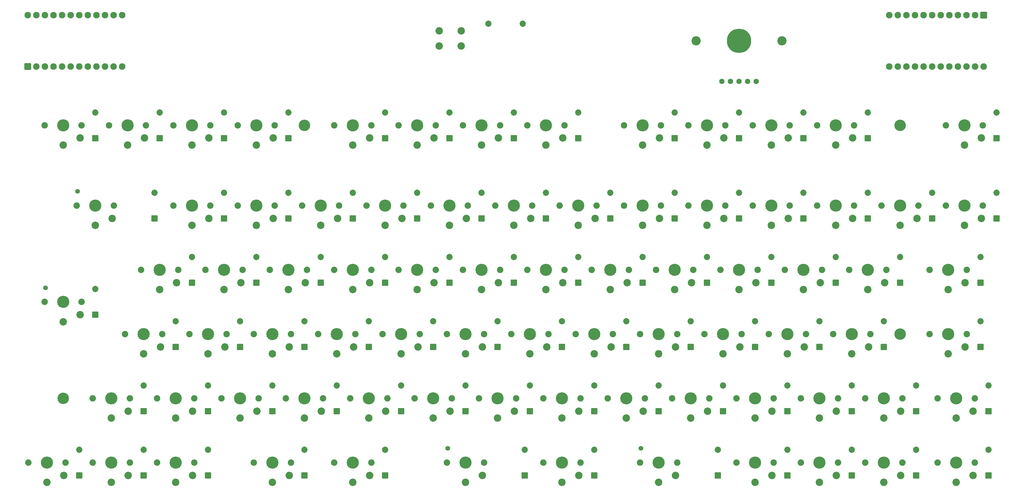
<source format=gbr>
%TF.GenerationSoftware,KiCad,Pcbnew,(6.0.2)*%
%TF.CreationDate,2022-03-06T23:14:38-03:00*%
%TF.ProjectId,BitterDev,42697474-6572-4446-9576-2e6b69636164,V1.1.0*%
%TF.SameCoordinates,Original*%
%TF.FileFunction,Soldermask,Bot*%
%TF.FilePolarity,Negative*%
%FSLAX46Y46*%
G04 Gerber Fmt 4.6, Leading zero omitted, Abs format (unit mm)*
G04 Created by KiCad (PCBNEW (6.0.2)) date 2022-03-06 23:14:38*
%MOMM*%
%LPD*%
G01*
G04 APERTURE LIST*
G04 Aperture macros list*
%AMRoundRect*
0 Rectangle with rounded corners*
0 $1 Rounding radius*
0 $2 $3 $4 $5 $6 $7 $8 $9 X,Y pos of 4 corners*
0 Add a 4 corners polygon primitive as box body*
4,1,4,$2,$3,$4,$5,$6,$7,$8,$9,$2,$3,0*
0 Add four circle primitives for the rounded corners*
1,1,$1+$1,$2,$3*
1,1,$1+$1,$4,$5*
1,1,$1+$1,$6,$7*
1,1,$1+$1,$8,$9*
0 Add four rect primitives between the rounded corners*
20,1,$1+$1,$2,$3,$4,$5,0*
20,1,$1+$1,$4,$5,$6,$7,0*
20,1,$1+$1,$6,$7,$8,$9,0*
20,1,$1+$1,$8,$9,$2,$3,0*%
G04 Aperture macros list end*
%ADD10C,1.851000*%
%ADD11RoundRect,0.100000X-0.825500X0.825500X-0.825500X-0.825500X0.825500X-0.825500X0.825500X0.825500X0*%
%ADD12C,3.400000*%
%ADD13RoundRect,0.100000X0.876300X0.876300X-0.876300X0.876300X-0.876300X-0.876300X0.876300X-0.876300X0*%
%ADD14C,1.952600*%
%ADD15RoundRect,0.100000X-0.876300X-0.876300X0.876300X-0.876300X0.876300X0.876300X-0.876300X0.876300X0*%
%ADD16C,2.200000*%
%ADD17C,1.900000*%
%ADD18C,3.600000*%
%ADD19C,1.400000*%
%ADD20C,2.740000*%
%ADD21C,7.200000*%
%ADD22C,1.600000*%
G04 APERTURE END LIST*
D10*
%TO.C,D_6*%
X171037472Y-68427499D03*
D11*
X171037472Y-76047499D03*
%TD*%
D10*
%TO.C,D_71*%
X251999972Y-168439999D03*
D11*
X251999972Y-176059999D03*
%TD*%
D10*
%TO.C,D_58*%
X232949972Y-149389999D03*
D11*
X232949972Y-157009999D03*
%TD*%
D10*
%TO.C,D_52*%
X90074972Y-130339999D03*
D11*
X90074972Y-137959999D03*
%TD*%
D10*
%TO.C,D_23*%
X123412472Y-92239999D03*
D11*
X123412472Y-99859999D03*
%TD*%
D10*
%TO.C,D_40*%
X47212472Y-120814999D03*
D11*
X47212472Y-128434999D03*
%TD*%
D10*
%TO.C,D_1*%
X275812472Y-68427499D03*
D11*
X275812472Y-76047499D03*
%TD*%
D10*
%TO.C,D_42*%
X280574972Y-130339999D03*
D11*
X280574972Y-137959999D03*
%TD*%
D10*
%TO.C,D_10*%
X85312472Y-68427499D03*
D11*
X85312472Y-76047499D03*
%TD*%
D10*
%TO.C,D_5*%
X190087472Y-68427499D03*
D11*
X190087472Y-76047499D03*
%TD*%
D10*
%TO.C,D_17*%
X237712472Y-92239999D03*
D11*
X237712472Y-99859999D03*
%TD*%
D10*
%TO.C,D_35*%
X151987472Y-111289999D03*
D11*
X151987472Y-118909999D03*
%TD*%
D10*
%TO.C,D_65*%
X99599972Y-149389999D03*
D11*
X99599972Y-157009999D03*
%TD*%
D10*
%TO.C,D_29*%
X266287472Y-111289999D03*
D11*
X266287472Y-118909999D03*
%TD*%
D10*
%TO.C,R1*%
X173736222Y-42149999D03*
X163576222Y-42149999D03*
%TD*%
%TO.C,D_62*%
X156749972Y-149389999D03*
D11*
X156749972Y-157009999D03*
%TD*%
D10*
%TO.C,D_14*%
X294862472Y-92239999D03*
D11*
X294862472Y-99859999D03*
%TD*%
D10*
%TO.C,D_47*%
X185324972Y-130339999D03*
D11*
X185324972Y-137959999D03*
%TD*%
D10*
%TO.C,D_54*%
X311531222Y-149389999D03*
D11*
X311531222Y-157009999D03*
%TD*%
D10*
%TO.C,D_2*%
X256762472Y-68427499D03*
D11*
X256762472Y-76047499D03*
%TD*%
D10*
%TO.C,D_68*%
X311531222Y-168439999D03*
D11*
X311531222Y-176059999D03*
%TD*%
D10*
%TO.C,D_30*%
X247237472Y-111289999D03*
D11*
X247237472Y-118909999D03*
%TD*%
D10*
%TO.C,D_36*%
X132937472Y-111289999D03*
D11*
X132937472Y-118909999D03*
%TD*%
D10*
%TO.C,D_19*%
X199612472Y-92239999D03*
D11*
X199612472Y-99859999D03*
%TD*%
D10*
%TO.C,D_70*%
X271049972Y-168439999D03*
D11*
X271049972Y-176059999D03*
%TD*%
D10*
%TO.C,D_75*%
X132937472Y-168439999D03*
D11*
X132937472Y-176059999D03*
%TD*%
D10*
%TO.C,D_11*%
X66262472Y-68427499D03*
D11*
X66262472Y-76047499D03*
%TD*%
D10*
%TO.C,D_46*%
X204374972Y-130339999D03*
D11*
X204374972Y-137959999D03*
%TD*%
D12*
%TO.C,H1*%
X109124972Y-72237499D03*
%TD*%
D10*
%TO.C,D_16*%
X256762472Y-92239999D03*
D11*
X256762472Y-99859999D03*
%TD*%
D10*
%TO.C,D_77*%
X80549972Y-168439999D03*
D11*
X80549972Y-176059999D03*
%TD*%
D10*
%TO.C,D_69*%
X290099972Y-168439999D03*
D11*
X290099972Y-176059999D03*
%TD*%
D10*
%TO.C,D_50*%
X128174972Y-130339999D03*
D11*
X128174972Y-137959999D03*
%TD*%
D10*
%TO.C,D_78*%
X61499972Y-168439999D03*
D11*
X61499972Y-176059999D03*
%TD*%
D10*
%TO.C,D_32*%
X209137472Y-111289999D03*
D11*
X209137472Y-118909999D03*
%TD*%
D10*
%TO.C,D_59*%
X213899972Y-149389999D03*
D11*
X213899972Y-157009999D03*
%TD*%
D10*
%TO.C,D_53*%
X71024972Y-130339999D03*
D11*
X71024972Y-137959999D03*
%TD*%
D10*
%TO.C,D_41*%
X309149972Y-130339999D03*
D11*
X309149972Y-137959999D03*
%TD*%
D10*
%TO.C,D_49*%
X147224972Y-130339999D03*
D11*
X147224972Y-137959999D03*
%TD*%
D10*
%TO.C,D_20*%
X180562472Y-92239999D03*
D11*
X180562472Y-99859999D03*
%TD*%
D10*
%TO.C,D_24*%
X104362472Y-92239999D03*
D11*
X104362472Y-99859999D03*
%TD*%
D10*
%TO.C,D_18*%
X218662472Y-92239999D03*
D11*
X218662472Y-99859999D03*
%TD*%
D10*
%TO.C,D_37*%
X113887472Y-111289999D03*
D11*
X113887472Y-118909999D03*
%TD*%
D10*
%TO.C,D_9*%
X104362472Y-68427499D03*
D11*
X104362472Y-76047499D03*
%TD*%
D13*
%TO.C,U1*%
X310102722Y-39617499D03*
D14*
X307562722Y-39617499D03*
X305022722Y-39617499D03*
X302482722Y-39617499D03*
X299942722Y-39617499D03*
X297402722Y-39617499D03*
X294862722Y-39617499D03*
X292322722Y-39617499D03*
X289782722Y-39617499D03*
X287242722Y-39617499D03*
X284702722Y-39617499D03*
X282162722Y-39617499D03*
X282162722Y-54857499D03*
X284702722Y-54857499D03*
X287242722Y-54857499D03*
X289782722Y-54857499D03*
X292322722Y-54857499D03*
X294862722Y-54857499D03*
X297402722Y-54857499D03*
X299942722Y-54857499D03*
X302482722Y-54857499D03*
X305022722Y-54857499D03*
X307562722Y-54857499D03*
X310102722Y-54857499D03*
%TD*%
D10*
%TO.C,D_57*%
X251999972Y-149389999D03*
D11*
X251999972Y-157009999D03*
%TD*%
D10*
%TO.C,D_27*%
X309149972Y-111289999D03*
D11*
X309149972Y-118909999D03*
%TD*%
D10*
%TO.C,D_7*%
X151987472Y-68427499D03*
D11*
X151987472Y-76047499D03*
%TD*%
D10*
%TO.C,D_38*%
X94837472Y-111289999D03*
D11*
X94837472Y-118909999D03*
%TD*%
D10*
%TO.C,D_31*%
X228187472Y-111289999D03*
D11*
X228187472Y-118909999D03*
%TD*%
D10*
%TO.C,D_34*%
X171037472Y-111289999D03*
D11*
X171037472Y-118909999D03*
%TD*%
D10*
%TO.C,D_72*%
X231424472Y-168439999D03*
D11*
X231424472Y-176059999D03*
%TD*%
D12*
%TO.C,H4*%
X37687472Y-153199999D03*
%TD*%
D10*
%TO.C,D_43*%
X261524972Y-130339999D03*
D11*
X261524972Y-137959999D03*
%TD*%
D10*
%TO.C,D_12*%
X47212472Y-68427499D03*
D11*
X47212472Y-76047499D03*
%TD*%
D10*
%TO.C,D_63*%
X137699972Y-149389999D03*
D11*
X137699972Y-157009999D03*
%TD*%
D10*
%TO.C,D_21*%
X161512472Y-92239999D03*
D11*
X161512472Y-99859999D03*
%TD*%
D10*
%TO.C,D_48*%
X166274972Y-130339999D03*
D11*
X166274972Y-137959999D03*
%TD*%
D10*
%TO.C,D_61*%
X175799972Y-149389999D03*
D11*
X175799972Y-157009999D03*
%TD*%
D10*
%TO.C,D_26*%
X64737472Y-92239999D03*
D11*
X64737472Y-99859999D03*
%TD*%
D10*
%TO.C,D_0*%
X313912472Y-68427499D03*
D11*
X313912472Y-76047499D03*
%TD*%
D10*
%TO.C,D_74*%
X174274972Y-168439999D03*
D11*
X174274972Y-176059999D03*
%TD*%
D10*
%TO.C,D_64*%
X118649972Y-149389999D03*
D11*
X118649972Y-157009999D03*
%TD*%
D10*
%TO.C,D_56*%
X271049972Y-149389999D03*
D11*
X271049972Y-157009999D03*
%TD*%
D10*
%TO.C,D_67*%
X61499972Y-149389999D03*
D11*
X61499972Y-157009999D03*
%TD*%
D10*
%TO.C,D_44*%
X242474972Y-130339999D03*
D11*
X242474972Y-137959999D03*
%TD*%
D10*
%TO.C,D_60*%
X194849972Y-149389999D03*
D11*
X194849972Y-157009999D03*
%TD*%
D12*
%TO.C,H2*%
X285337472Y-72237499D03*
%TD*%
D10*
%TO.C,D_15*%
X275812472Y-92239999D03*
D11*
X275812472Y-99859999D03*
%TD*%
D10*
%TO.C,D_45*%
X223424972Y-130339999D03*
D11*
X223424972Y-137959999D03*
%TD*%
D15*
%TO.C,U2*%
X27209722Y-54857499D03*
D14*
X29749722Y-54857499D03*
X32289722Y-54857499D03*
X34829722Y-54857499D03*
X37369722Y-54857499D03*
X39909722Y-54857499D03*
X42449722Y-54857499D03*
X44989722Y-54857499D03*
X47529722Y-54857499D03*
X50069722Y-54857499D03*
X52609722Y-54857499D03*
X55149722Y-54857499D03*
X55149722Y-39617499D03*
X52609722Y-39617499D03*
X50069722Y-39617499D03*
X47529722Y-39617499D03*
X44989722Y-39617499D03*
X42449722Y-39617499D03*
X39909722Y-39617499D03*
X37369722Y-39617499D03*
X34829722Y-39617499D03*
X32289722Y-39617499D03*
X29749722Y-39617499D03*
X27209722Y-39617499D03*
%TD*%
D10*
%TO.C,D_33*%
X190087472Y-111289999D03*
D11*
X190087472Y-118909999D03*
%TD*%
D10*
%TO.C,D_51*%
X109124972Y-130339999D03*
D11*
X109124972Y-137959999D03*
%TD*%
D10*
%TO.C,D_55*%
X290099972Y-149389999D03*
D11*
X290099972Y-157009999D03*
%TD*%
D12*
%TO.C,H3*%
X285337472Y-134149999D03*
%TD*%
D10*
%TO.C,D_25*%
X85312472Y-92239999D03*
D11*
X85312472Y-99859999D03*
%TD*%
D10*
%TO.C,D_66*%
X80549972Y-149389999D03*
D11*
X80549972Y-157009999D03*
%TD*%
D10*
%TO.C,D_73*%
X194849472Y-168439999D03*
D11*
X194849472Y-176059999D03*
%TD*%
D10*
%TO.C,D_22*%
X142462472Y-92239999D03*
D11*
X142462472Y-99859999D03*
%TD*%
D10*
%TO.C,D_8*%
X132937472Y-68427499D03*
D11*
X132937472Y-76047499D03*
%TD*%
D10*
%TO.C,D_3*%
X237712472Y-68427499D03*
D11*
X237712472Y-76047499D03*
%TD*%
D10*
%TO.C,D_39*%
X75787472Y-111289999D03*
D11*
X75787472Y-118909999D03*
%TD*%
D10*
%TO.C,D_4*%
X218662472Y-68427499D03*
D11*
X218662472Y-76047499D03*
%TD*%
D10*
%TO.C,D_79*%
X42449972Y-168439999D03*
D11*
X42449972Y-176059999D03*
%TD*%
D10*
%TO.C,D_28*%
X285337472Y-111289999D03*
D11*
X285337472Y-118909999D03*
%TD*%
D16*
%TO.C,SW1*%
X155487472Y-44237499D03*
X148987472Y-44237499D03*
X155487472Y-48737499D03*
X148987472Y-48737499D03*
%TD*%
D10*
%TO.C,D_13*%
X313912472Y-92239999D03*
D11*
X313912472Y-99859999D03*
%TD*%
D10*
%TO.C,D_76*%
X109124972Y-168439999D03*
D11*
X109124972Y-176059999D03*
%TD*%
D17*
%TO.C,K_65*%
X84574972Y-153199999D03*
X95574972Y-153199999D03*
D18*
X90074972Y-153199999D03*
D16*
X90074972Y-159099999D03*
X95074972Y-156999999D03*
%TD*%
D18*
%TO.C,K_49*%
X137699972Y-134149999D03*
D17*
X143199972Y-134149999D03*
X132199972Y-134149999D03*
D16*
X137699972Y-140049999D03*
X142699972Y-137949999D03*
%TD*%
D18*
%TO.C,K_0*%
X304387472Y-72237499D03*
D17*
X298887472Y-72237499D03*
X309887472Y-72237499D03*
D16*
X304387472Y-78137499D03*
X309387472Y-76037499D03*
%TD*%
D17*
%TO.C,K_32*%
X194112472Y-115099999D03*
D18*
X199612472Y-115099999D03*
D17*
X205112472Y-115099999D03*
D16*
X199612472Y-120999999D03*
X204612472Y-118899999D03*
%TD*%
D17*
%TO.C,K_1*%
X271787472Y-72237499D03*
X260787472Y-72237499D03*
D18*
X266287472Y-72237499D03*
D16*
X266287472Y-78137499D03*
X271287472Y-76037499D03*
%TD*%
D18*
%TO.C,K_39*%
X66262472Y-115099999D03*
D17*
X60762472Y-115099999D03*
X71762472Y-115099999D03*
D16*
X66262472Y-120999999D03*
X71262472Y-118899999D03*
%TD*%
D17*
%TO.C,K_29*%
X251262472Y-115099999D03*
X262262472Y-115099999D03*
D18*
X256762472Y-115099999D03*
D16*
X256762472Y-120999999D03*
X261762472Y-118899999D03*
%TD*%
D17*
%TO.C,K_35*%
X147962472Y-115099999D03*
X136962472Y-115099999D03*
D18*
X142462472Y-115099999D03*
D16*
X142462472Y-120999999D03*
X147462472Y-118899999D03*
%TD*%
D17*
%TO.C,K_54*%
X296506222Y-153199999D03*
D18*
X302006222Y-153199999D03*
D17*
X307506222Y-153199999D03*
D16*
X302006222Y-159099999D03*
X307006222Y-156999999D03*
%TD*%
D18*
%TO.C,K_47*%
X175799972Y-134149999D03*
D17*
X170299972Y-134149999D03*
X181299972Y-134149999D03*
D16*
X175799972Y-140049999D03*
X180799972Y-137949999D03*
%TD*%
D17*
%TO.C,K_45*%
X219399972Y-134149999D03*
D18*
X213899972Y-134149999D03*
D17*
X208399972Y-134149999D03*
D16*
X213899972Y-140049999D03*
X218899972Y-137949999D03*
%TD*%
D17*
%TO.C,K_21*%
X146487472Y-96049999D03*
X157487472Y-96049999D03*
D18*
X151987472Y-96049999D03*
D16*
X151987472Y-101949999D03*
X156987472Y-99849999D03*
%TD*%
D17*
%TO.C,K_4*%
X203637472Y-72237499D03*
X214637472Y-72237499D03*
D18*
X209137472Y-72237499D03*
D16*
X209137472Y-78137499D03*
X214137472Y-76037499D03*
%TD*%
D17*
%TO.C,K_48*%
X162249972Y-134149999D03*
X151249972Y-134149999D03*
D18*
X156749972Y-134149999D03*
D16*
X156749972Y-140049999D03*
X161749972Y-137949999D03*
%TD*%
D18*
%TO.C,K_41*%
X299624972Y-134149999D03*
D17*
X294124972Y-134149999D03*
X305124972Y-134149999D03*
D16*
X299624972Y-140049999D03*
X304624972Y-137949999D03*
%TD*%
D17*
%TO.C,K_2*%
X252737472Y-72237499D03*
D18*
X247237472Y-72237499D03*
D17*
X241737472Y-72237499D03*
D16*
X247237472Y-78137499D03*
X252237472Y-76037499D03*
%TD*%
D18*
%TO.C,K_68*%
X302006222Y-172249999D03*
D17*
X307506222Y-172249999D03*
X296506222Y-172249999D03*
D16*
X302006222Y-178149999D03*
X307006222Y-176049999D03*
%TD*%
D17*
%TO.C,K_10*%
X70287472Y-72237499D03*
X81287472Y-72237499D03*
D18*
X75787472Y-72237499D03*
D16*
X75787472Y-78137499D03*
X80787472Y-76037499D03*
%TD*%
D18*
%TO.C,K_9*%
X94837472Y-72237499D03*
D17*
X100337472Y-72237499D03*
X89337472Y-72237499D03*
D16*
X94837472Y-78137499D03*
X99837472Y-76037499D03*
%TD*%
D17*
%TO.C,K_40*%
X43187472Y-124624999D03*
X32187472Y-124624999D03*
D18*
X37687472Y-124624999D03*
D19*
X32467472Y-120424999D03*
D16*
X37687472Y-130524999D03*
X42687472Y-128424999D03*
%TD*%
D17*
%TO.C,K_25*%
X70287472Y-96049999D03*
X81287472Y-96049999D03*
D18*
X75787472Y-96049999D03*
D16*
X75787472Y-101949999D03*
X80787472Y-99849999D03*
%TD*%
D17*
%TO.C,K_3*%
X233687472Y-72237499D03*
D18*
X228187472Y-72237499D03*
D17*
X222687472Y-72237499D03*
D16*
X228187472Y-78137499D03*
X233187472Y-76037499D03*
%TD*%
D17*
%TO.C,K_79*%
X38424972Y-172249999D03*
X27424972Y-172249999D03*
D18*
X32924972Y-172249999D03*
D16*
X32924972Y-178149999D03*
X37924972Y-176049999D03*
%TD*%
D17*
%TO.C,K_13*%
X298887472Y-96049999D03*
D18*
X304387472Y-96049999D03*
D17*
X309887472Y-96049999D03*
D16*
X304387472Y-101949999D03*
X309387472Y-99849999D03*
%TD*%
D17*
%TO.C,K_51*%
X105099972Y-134149999D03*
X94099972Y-134149999D03*
D18*
X99599972Y-134149999D03*
D16*
X99599972Y-140049999D03*
X104599972Y-137949999D03*
%TD*%
D18*
%TO.C,K_17*%
X228187472Y-96049999D03*
D17*
X233687472Y-96049999D03*
X222687472Y-96049999D03*
D16*
X228187472Y-101949999D03*
X233187472Y-99849999D03*
%TD*%
D18*
%TO.C,K_15*%
X266287472Y-96049999D03*
D17*
X260787472Y-96049999D03*
X271787472Y-96049999D03*
D16*
X266287472Y-101949999D03*
X271287472Y-99849999D03*
%TD*%
D18*
%TO.C,K_44*%
X232949972Y-134149999D03*
D17*
X238449972Y-134149999D03*
X227449972Y-134149999D03*
D16*
X232949972Y-140049999D03*
X237949972Y-137949999D03*
%TD*%
D18*
%TO.C,K_31*%
X218662472Y-115099999D03*
D17*
X213162472Y-115099999D03*
X224162472Y-115099999D03*
D16*
X218662472Y-120999999D03*
X223662472Y-118899999D03*
%TD*%
D18*
%TO.C,K_77*%
X71024972Y-172249999D03*
D17*
X65524972Y-172249999D03*
X76524972Y-172249999D03*
D16*
X71024972Y-178149999D03*
X76024972Y-176049999D03*
%TD*%
D17*
%TO.C,K_75*%
X117912472Y-172249999D03*
X128912472Y-172249999D03*
D18*
X123412472Y-172249999D03*
D16*
X123412472Y-178149999D03*
X128412472Y-176049999D03*
%TD*%
D17*
%TO.C,K_18*%
X203637472Y-96049999D03*
X214637472Y-96049999D03*
D18*
X209137472Y-96049999D03*
D16*
X209137472Y-101949999D03*
X214137472Y-99849999D03*
%TD*%
D18*
%TO.C,K_38*%
X85312472Y-115099999D03*
D17*
X90812472Y-115099999D03*
X79812472Y-115099999D03*
D16*
X85312472Y-120999999D03*
X90312472Y-118899999D03*
%TD*%
D17*
%TO.C,K_7*%
X147962472Y-72237499D03*
D18*
X142462472Y-72237499D03*
D17*
X136962472Y-72237499D03*
D16*
X142462472Y-78137499D03*
X147462472Y-76037499D03*
%TD*%
D17*
%TO.C,K_28*%
X281312472Y-115099999D03*
D18*
X275812472Y-115099999D03*
D17*
X270312472Y-115099999D03*
D16*
X275812472Y-120999999D03*
X280812472Y-118899999D03*
%TD*%
D17*
%TO.C,K_53*%
X55999972Y-134149999D03*
D18*
X61499972Y-134149999D03*
D17*
X66999972Y-134149999D03*
D16*
X61499972Y-140049999D03*
X66499972Y-137949999D03*
%TD*%
D17*
%TO.C,K_34*%
X167012472Y-115099999D03*
D18*
X161512472Y-115099999D03*
D17*
X156012472Y-115099999D03*
D16*
X161512472Y-120999999D03*
X166512472Y-118899999D03*
%TD*%
D18*
%TO.C,K_37*%
X104362472Y-115099999D03*
D17*
X109862472Y-115099999D03*
X98862472Y-115099999D03*
D16*
X104362472Y-120999999D03*
X109362472Y-118899999D03*
%TD*%
D17*
%TO.C,K_56*%
X267024972Y-153199999D03*
X256024972Y-153199999D03*
D18*
X261524972Y-153199999D03*
D16*
X261524972Y-159099999D03*
X266524972Y-156999999D03*
%TD*%
D17*
%TO.C,K_70*%
X267024972Y-172249999D03*
X256024972Y-172249999D03*
D18*
X261524972Y-172249999D03*
D16*
X261524972Y-178149999D03*
X266524972Y-176049999D03*
%TD*%
D17*
%TO.C,K_61*%
X171774972Y-153199999D03*
D18*
X166274972Y-153199999D03*
D17*
X160774972Y-153199999D03*
D16*
X166274972Y-159099999D03*
X171274972Y-156999999D03*
%TD*%
D18*
%TO.C,K_24*%
X94837472Y-96049999D03*
D17*
X89337472Y-96049999D03*
X100337472Y-96049999D03*
D16*
X94837472Y-101949999D03*
X99837472Y-99849999D03*
%TD*%
D17*
%TO.C,K_64*%
X114624972Y-153199999D03*
D18*
X109124972Y-153199999D03*
D17*
X103624972Y-153199999D03*
D16*
X109124972Y-159099999D03*
X114124972Y-156999999D03*
%TD*%
D17*
%TO.C,K_52*%
X86049972Y-134149999D03*
X75049972Y-134149999D03*
D18*
X80549972Y-134149999D03*
D16*
X80549972Y-140049999D03*
X85549972Y-137949999D03*
%TD*%
D18*
%TO.C,K_50*%
X118649972Y-134149999D03*
D17*
X113149972Y-134149999D03*
X124149972Y-134149999D03*
D16*
X118649972Y-140049999D03*
X123649972Y-137949999D03*
%TD*%
D17*
%TO.C,K_60*%
X190824972Y-153199999D03*
D18*
X185324972Y-153199999D03*
D17*
X179824972Y-153199999D03*
D16*
X185324972Y-159099999D03*
X190324972Y-156999999D03*
%TD*%
D17*
%TO.C,K_11*%
X51237472Y-72237499D03*
X62237472Y-72237499D03*
D18*
X56737472Y-72237499D03*
D16*
X56737472Y-78137499D03*
X61737472Y-76037499D03*
%TD*%
D20*
%TO.C,J1*%
X225012472Y-47237499D03*
D21*
X237712472Y-47237499D03*
D20*
X250412472Y-47237499D03*
D22*
X242792472Y-59252499D03*
X240252472Y-59252499D03*
X237712472Y-59252499D03*
X235172472Y-59252499D03*
X232632472Y-59252499D03*
%TD*%
D17*
%TO.C,K_26*%
X41712472Y-96049999D03*
D19*
X41992472Y-91849999D03*
D17*
X52712472Y-96049999D03*
D18*
X47212472Y-96049999D03*
D16*
X47212472Y-101949999D03*
X52212472Y-99849999D03*
%TD*%
D18*
%TO.C,K_66*%
X71024972Y-153199999D03*
D17*
X76524972Y-153199999D03*
X65524972Y-153199999D03*
D16*
X71024972Y-159099999D03*
X76024972Y-156999999D03*
%TD*%
D18*
%TO.C,K_30*%
X237712472Y-115099999D03*
D17*
X232212472Y-115099999D03*
X243212472Y-115099999D03*
D16*
X237712472Y-120999999D03*
X242712472Y-118899999D03*
%TD*%
D17*
%TO.C,K_42*%
X265549972Y-134149999D03*
D18*
X271049972Y-134149999D03*
D17*
X276549972Y-134149999D03*
D16*
X271049972Y-140049999D03*
X276049972Y-137949999D03*
%TD*%
D18*
%TO.C,K_67*%
X51974972Y-153199999D03*
D17*
X46474972Y-153199999D03*
X57474972Y-153199999D03*
D16*
X51974972Y-159099999D03*
X56974972Y-156999999D03*
%TD*%
D17*
%TO.C,K_19*%
X195587472Y-96049999D03*
D18*
X190087472Y-96049999D03*
D17*
X184587472Y-96049999D03*
D16*
X190087472Y-101949999D03*
X195087472Y-99849999D03*
%TD*%
D18*
%TO.C,K_20*%
X171037472Y-96049999D03*
D17*
X165537472Y-96049999D03*
X176537472Y-96049999D03*
D16*
X171037472Y-101949999D03*
X176037472Y-99849999D03*
%TD*%
D18*
%TO.C,K_69*%
X280574972Y-172249999D03*
D17*
X286074972Y-172249999D03*
X275074972Y-172249999D03*
D16*
X280574972Y-178149999D03*
X285574972Y-176049999D03*
%TD*%
D17*
%TO.C,K_6*%
X156012472Y-72237499D03*
D18*
X161512472Y-72237499D03*
D17*
X167012472Y-72237499D03*
D16*
X161512472Y-78137499D03*
X166512472Y-76037499D03*
%TD*%
D17*
%TO.C,K_71*%
X236974972Y-172249999D03*
D18*
X242474972Y-172249999D03*
D17*
X247974972Y-172249999D03*
D16*
X242474972Y-178149999D03*
X247474972Y-176049999D03*
%TD*%
D18*
%TO.C,K_58*%
X223424972Y-153199999D03*
D17*
X217924972Y-153199999D03*
X228924972Y-153199999D03*
D16*
X223424972Y-159099999D03*
X228424972Y-156999999D03*
%TD*%
D18*
%TO.C,K_16*%
X247237472Y-96049999D03*
D17*
X241737472Y-96049999D03*
X252737472Y-96049999D03*
D16*
X247237472Y-101949999D03*
X252237472Y-99849999D03*
%TD*%
D17*
%TO.C,K_12*%
X43187472Y-72237499D03*
D18*
X37687472Y-72237499D03*
D17*
X32187472Y-72237499D03*
D16*
X37687472Y-78137499D03*
X42687472Y-76037499D03*
%TD*%
D18*
%TO.C,K_27*%
X299624972Y-115099999D03*
D17*
X305124972Y-115099999D03*
X294124972Y-115099999D03*
D16*
X299624972Y-120999999D03*
X304624972Y-118899999D03*
%TD*%
D18*
%TO.C,K_23*%
X113887472Y-96049999D03*
D17*
X108387472Y-96049999D03*
X119387472Y-96049999D03*
D16*
X113887472Y-101949999D03*
X118887472Y-99849999D03*
%TD*%
D17*
%TO.C,K_22*%
X138437472Y-96049999D03*
D18*
X132937472Y-96049999D03*
D17*
X127437472Y-96049999D03*
D16*
X132937472Y-101949999D03*
X137937472Y-99849999D03*
%TD*%
D17*
%TO.C,K_57*%
X247974972Y-153199999D03*
X236974972Y-153199999D03*
D18*
X242474972Y-153199999D03*
D16*
X242474972Y-159099999D03*
X247474972Y-156999999D03*
%TD*%
D17*
%TO.C,K_73*%
X179824472Y-172249999D03*
D18*
X185324472Y-172249999D03*
D17*
X190824472Y-172249999D03*
D16*
X185324472Y-178149999D03*
X190324472Y-176049999D03*
%TD*%
D18*
%TO.C,K_36*%
X123412472Y-115099999D03*
D17*
X117912472Y-115099999D03*
X128912472Y-115099999D03*
D16*
X123412472Y-120999999D03*
X128412472Y-118899999D03*
%TD*%
D19*
%TO.C,K_72*%
X208679472Y-168049999D03*
D18*
X213899472Y-172249999D03*
D17*
X219399472Y-172249999D03*
X208399472Y-172249999D03*
D16*
X213899472Y-178149999D03*
X218899472Y-176049999D03*
%TD*%
D17*
%TO.C,K_8*%
X117912472Y-72237499D03*
D18*
X123412472Y-72237499D03*
D17*
X128912472Y-72237499D03*
D16*
X123412472Y-78137499D03*
X128412472Y-76037499D03*
%TD*%
D18*
%TO.C,K_14*%
X285337472Y-96049999D03*
D17*
X279837472Y-96049999D03*
X290837472Y-96049999D03*
D16*
X285337472Y-101949999D03*
X290337472Y-99849999D03*
%TD*%
D17*
%TO.C,K_59*%
X198874972Y-153199999D03*
X209874972Y-153199999D03*
D18*
X204374972Y-153199999D03*
D16*
X204374972Y-159099999D03*
X209374972Y-156999999D03*
%TD*%
D17*
%TO.C,K_63*%
X133674972Y-153199999D03*
D18*
X128174972Y-153199999D03*
D17*
X122674972Y-153199999D03*
D16*
X128174972Y-159099999D03*
X133174972Y-156999999D03*
%TD*%
D17*
%TO.C,K_78*%
X46474972Y-172249999D03*
D18*
X51974972Y-172249999D03*
D17*
X57474972Y-172249999D03*
D16*
X51974972Y-178149999D03*
X56974972Y-176049999D03*
%TD*%
D18*
%TO.C,K_62*%
X147224972Y-153199999D03*
D17*
X141724972Y-153199999D03*
X152724972Y-153199999D03*
D16*
X147224972Y-159099999D03*
X152224972Y-156999999D03*
%TD*%
D17*
%TO.C,K_5*%
X175062472Y-72237499D03*
D18*
X180562472Y-72237499D03*
D17*
X186062472Y-72237499D03*
D16*
X180562472Y-78137499D03*
X185562472Y-76037499D03*
%TD*%
D18*
%TO.C,K_55*%
X280574972Y-153199999D03*
D17*
X286074972Y-153199999D03*
X275074972Y-153199999D03*
D16*
X280574972Y-159099999D03*
X285574972Y-156999999D03*
%TD*%
D19*
%TO.C,K_74*%
X151529972Y-168049999D03*
D17*
X162249972Y-172249999D03*
D18*
X156749972Y-172249999D03*
D17*
X151249972Y-172249999D03*
D16*
X156749972Y-178149999D03*
X161749972Y-176049999D03*
%TD*%
D18*
%TO.C,K_33*%
X180562472Y-115099999D03*
D17*
X186062472Y-115099999D03*
X175062472Y-115099999D03*
D16*
X180562472Y-120999999D03*
X185562472Y-118899999D03*
%TD*%
D18*
%TO.C,K_76*%
X99599972Y-172249999D03*
D17*
X94099972Y-172249999D03*
X105099972Y-172249999D03*
D16*
X99599972Y-178149999D03*
X104599972Y-176049999D03*
%TD*%
D17*
%TO.C,K_46*%
X189349972Y-134149999D03*
X200349972Y-134149999D03*
D18*
X194849972Y-134149999D03*
D16*
X194849972Y-140049999D03*
X199849972Y-137949999D03*
%TD*%
D17*
%TO.C,K_43*%
X246499972Y-134149999D03*
X257499972Y-134149999D03*
D18*
X251999972Y-134149999D03*
D16*
X251999972Y-140049999D03*
X256999972Y-137949999D03*
%TD*%
M02*

</source>
